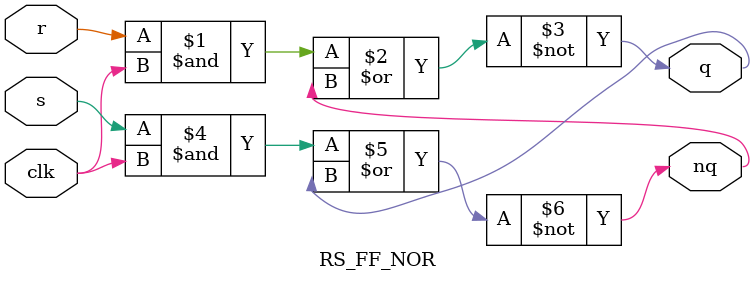
<source format=v>
`timescale 1ns / 1ps
module RS_FF_NOR(
    input s, r, clk,
    output q, nq
    );
assign q = ~((r & clk) | nq);
assign nq = ~((s & clk) | q);
endmodule

</source>
